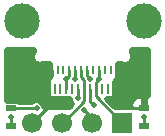
<source format=gbr>
G04 #@! TF.FileFunction,Copper,L1,Top,Signal*
%FSLAX46Y46*%
G04 Gerber Fmt 4.6, Leading zero omitted, Abs format (unit mm)*
G04 Created by KiCad (PCBNEW 4.0.0-rc1-stable) date fre  9 okt 2015 20:00:11*
%MOMM*%
G01*
G04 APERTURE LIST*
%ADD10C,0.100000*%
%ADD11R,0.900000X0.500000*%
%ADD12C,1.700000*%
%ADD13R,1.700000X1.700000*%
%ADD14R,0.270000X0.900000*%
%ADD15R,0.270000X0.800000*%
%ADD16R,1.650000X2.300000*%
%ADD17C,3.000000*%
%ADD18C,0.508000*%
%ADD19C,0.228600*%
%ADD20C,0.250000*%
%ADD21C,0.500000*%
G04 APERTURE END LIST*
D10*
D11*
X71750500Y-9890000D03*
X71750500Y-11390000D03*
X60450500Y-9890000D03*
X60450500Y-11390000D03*
D12*
X62236000Y-11103000D03*
X64776000Y-11103000D03*
X67316000Y-11103000D03*
D13*
X69856000Y-11103000D03*
D14*
X69135000Y-8215000D03*
X68635000Y-8215000D03*
X68135000Y-8215000D03*
X67635000Y-8215000D03*
X67135000Y-8215000D03*
X66635000Y-8215000D03*
X66135000Y-8215000D03*
X65635000Y-8215000D03*
X65135000Y-8215000D03*
X64635000Y-8215000D03*
X64135000Y-8215000D03*
X63635000Y-8215000D03*
D15*
X63890000Y-6615000D03*
X64390000Y-6615000D03*
X64890000Y-6615000D03*
X65390000Y-6615000D03*
X65890000Y-6615000D03*
X66390000Y-6615000D03*
X66890000Y-6615000D03*
X67390000Y-6615000D03*
X67890000Y-6615000D03*
X68390000Y-6615000D03*
X68890000Y-6615000D03*
X69390000Y-6615000D03*
D16*
X70605000Y-7515000D03*
X62415000Y-7515000D03*
D17*
X61351520Y-2465000D03*
X71670120Y-2465000D03*
D18*
X64823200Y-9427300D03*
X60450500Y-10640000D03*
X67140000Y-7390000D03*
X66102000Y-9052500D03*
X66660800Y-10017700D03*
X65140000Y-7390000D03*
X67890000Y-7390000D03*
X67435500Y-9636000D03*
X71750500Y-10640000D03*
X65890000Y-7390000D03*
X62609500Y-9878000D03*
D19*
X64823200Y-9427300D02*
X63635000Y-9427300D01*
X71750500Y-9890000D02*
X69900000Y-9890000D01*
X69135000Y-9125000D02*
X69135000Y-8215000D01*
X69900000Y-9890000D02*
X69135000Y-9125000D01*
X60450500Y-11390000D02*
X60450500Y-10640000D01*
X69135000Y-7645000D02*
X69390000Y-7390000D01*
X69135000Y-8215000D02*
X69135000Y-7645000D01*
X69390000Y-7390000D02*
X69390000Y-6615000D01*
X63890000Y-6615000D02*
X63890000Y-7135000D01*
X63635000Y-7390000D02*
X63635000Y-8215000D01*
X63890000Y-7135000D02*
X63635000Y-7390000D01*
X69135000Y-8215000D02*
X69905000Y-8215000D01*
X69905000Y-8215000D02*
X70605000Y-7515000D01*
X69390000Y-6615000D02*
X69705000Y-6615000D01*
X69705000Y-6615000D02*
X70605000Y-7515000D01*
X63890000Y-6615000D02*
X63315000Y-6615000D01*
X63315000Y-6615000D02*
X62415000Y-7515000D01*
X63635000Y-8215000D02*
X63115000Y-8215000D01*
X63115000Y-8215000D02*
X62415000Y-7515000D01*
X63635000Y-9704000D02*
X63632000Y-9704000D01*
X63632000Y-9704000D02*
X62236000Y-11100000D01*
D20*
X63635000Y-8215000D02*
X63635000Y-9427300D01*
X63635000Y-9427300D02*
X63635000Y-9704000D01*
D19*
X66635000Y-8215000D02*
X66635000Y-9281500D01*
X66635000Y-9281500D02*
X64813500Y-11103000D01*
X64813500Y-11103000D02*
X64776000Y-11103000D01*
D20*
X66390000Y-6615000D02*
X66390000Y-7243000D01*
X66635000Y-7488000D02*
X66635000Y-8215000D01*
X66390000Y-7243000D02*
X66635000Y-7488000D01*
D19*
X66890000Y-7140000D02*
X67140000Y-7390000D01*
X66890000Y-6615000D02*
X66890000Y-7140000D01*
X66135000Y-8215000D02*
X66135000Y-9019500D01*
X66102000Y-9052500D02*
X66135000Y-9083000D01*
X66135000Y-9019500D02*
X66102000Y-9052500D01*
X66660800Y-10017700D02*
X67316000Y-10672900D01*
X67316000Y-11103000D02*
X67316000Y-10672900D01*
X65390000Y-6615000D02*
X65390000Y-7140000D01*
X65390000Y-7140000D02*
X65140000Y-7390000D01*
X65135000Y-7395000D02*
X65140000Y-7390000D01*
X65135000Y-8215000D02*
X65135000Y-7395000D01*
X67890000Y-7390000D02*
X67890000Y-6615000D01*
X67635000Y-7645000D02*
X67890000Y-7390000D01*
X67635000Y-8215000D02*
X67635000Y-7645000D01*
X67635000Y-8215000D02*
X67635000Y-8879000D01*
X67635000Y-8879000D02*
X69856000Y-11100000D01*
X67135000Y-9335500D02*
X67435500Y-9636000D01*
X67135000Y-8215000D02*
X67135000Y-9335500D01*
X71750500Y-10640000D02*
X71750500Y-11390000D01*
X65890000Y-7390000D02*
X65890000Y-6615000D01*
X62597500Y-9890000D02*
X62609500Y-9878000D01*
X62597500Y-9890000D02*
X60450500Y-9890000D01*
D21*
G36*
X62360000Y-5077544D02*
X62247306Y-5246203D01*
X62193839Y-5515000D01*
X62247306Y-5783797D01*
X62369810Y-5967138D01*
X62377097Y-6005864D01*
X62430798Y-6089318D01*
X62512736Y-6145304D01*
X62610000Y-6165000D01*
X62632806Y-6165000D01*
X62896239Y-6217400D01*
X62923761Y-6217400D01*
X63187194Y-6165000D01*
X63790000Y-6165000D01*
X63790000Y-7086446D01*
X63613223Y-7263223D01*
X63559696Y-7342736D01*
X63540000Y-7440000D01*
X63540000Y-8865000D01*
X63557097Y-8955864D01*
X63610798Y-9039318D01*
X63692736Y-9095304D01*
X63790000Y-9115000D01*
X65445545Y-9115000D01*
X65445486Y-9182493D01*
X65545206Y-9423835D01*
X65653479Y-9532297D01*
X65430776Y-9755000D01*
X63266008Y-9755000D01*
X63266014Y-9748007D01*
X63166294Y-9506665D01*
X62981806Y-9321855D01*
X62740639Y-9221714D01*
X62479507Y-9221486D01*
X62238165Y-9321206D01*
X62185980Y-9373300D01*
X61207063Y-9373300D01*
X61194594Y-9353922D01*
X61060123Y-9262042D01*
X60900500Y-9229717D01*
X60140000Y-9229717D01*
X60140000Y-6565000D01*
X61490000Y-6565000D01*
X61490000Y-8465000D01*
X61512836Y-8579805D01*
X61577868Y-8677132D01*
X61675195Y-8742164D01*
X61790000Y-8765000D01*
X63140000Y-8765000D01*
X63254805Y-8742164D01*
X63352132Y-8677132D01*
X63417164Y-8579805D01*
X63440000Y-8465000D01*
X63440000Y-6565000D01*
X63417164Y-6450195D01*
X63352132Y-6352868D01*
X63254805Y-6287836D01*
X63140000Y-6265000D01*
X61790000Y-6265000D01*
X61675195Y-6287836D01*
X61577868Y-6352868D01*
X61512836Y-6450195D01*
X61490000Y-6565000D01*
X60140000Y-6565000D01*
X60140000Y-4955000D01*
X62240000Y-4955000D01*
X62337264Y-4935304D01*
X62360000Y-4919769D01*
X62360000Y-5077544D01*
X62360000Y-5077544D01*
G37*
X62360000Y-5077544D02*
X62247306Y-5246203D01*
X62193839Y-5515000D01*
X62247306Y-5783797D01*
X62369810Y-5967138D01*
X62377097Y-6005864D01*
X62430798Y-6089318D01*
X62512736Y-6145304D01*
X62610000Y-6165000D01*
X62632806Y-6165000D01*
X62896239Y-6217400D01*
X62923761Y-6217400D01*
X63187194Y-6165000D01*
X63790000Y-6165000D01*
X63790000Y-7086446D01*
X63613223Y-7263223D01*
X63559696Y-7342736D01*
X63540000Y-7440000D01*
X63540000Y-8865000D01*
X63557097Y-8955864D01*
X63610798Y-9039318D01*
X63692736Y-9095304D01*
X63790000Y-9115000D01*
X65445545Y-9115000D01*
X65445486Y-9182493D01*
X65545206Y-9423835D01*
X65653479Y-9532297D01*
X65430776Y-9755000D01*
X63266008Y-9755000D01*
X63266014Y-9748007D01*
X63166294Y-9506665D01*
X62981806Y-9321855D01*
X62740639Y-9221714D01*
X62479507Y-9221486D01*
X62238165Y-9321206D01*
X62185980Y-9373300D01*
X61207063Y-9373300D01*
X61194594Y-9353922D01*
X61060123Y-9262042D01*
X60900500Y-9229717D01*
X60140000Y-9229717D01*
X60140000Y-6565000D01*
X61490000Y-6565000D01*
X61490000Y-8465000D01*
X61512836Y-8579805D01*
X61577868Y-8677132D01*
X61675195Y-8742164D01*
X61790000Y-8765000D01*
X63140000Y-8765000D01*
X63254805Y-8742164D01*
X63352132Y-8677132D01*
X63417164Y-8579805D01*
X63440000Y-8465000D01*
X63440000Y-6565000D01*
X63417164Y-6450195D01*
X63352132Y-6352868D01*
X63254805Y-6287836D01*
X63140000Y-6265000D01*
X61790000Y-6265000D01*
X61675195Y-6287836D01*
X61577868Y-6352868D01*
X61512836Y-6450195D01*
X61490000Y-6565000D01*
X60140000Y-6565000D01*
X60140000Y-4955000D01*
X62240000Y-4955000D01*
X62337264Y-4935304D01*
X62360000Y-4919769D01*
X62360000Y-5077544D01*
G36*
X62840000Y-8165000D02*
X62090000Y-8165000D01*
X62090000Y-6865000D01*
X62840000Y-6865000D01*
X62840000Y-8165000D01*
X62840000Y-8165000D01*
G37*
X62840000Y-8165000D02*
X62090000Y-8165000D01*
X62090000Y-6865000D01*
X62840000Y-6865000D01*
X62840000Y-8165000D01*
G36*
X70740000Y-4955000D02*
X72090000Y-4955000D01*
X72090000Y-8882000D01*
X71944000Y-8882000D01*
X71754500Y-9071500D01*
X71754500Y-9755000D01*
X71746500Y-9755000D01*
X71746500Y-9071500D01*
X71557000Y-8882000D01*
X71149725Y-8882000D01*
X70871128Y-8997398D01*
X70657899Y-9210627D01*
X70542500Y-9489224D01*
X70542500Y-9696500D01*
X70601000Y-9755000D01*
X69241724Y-9755000D01*
X68601724Y-9115000D01*
X68990000Y-9115000D01*
X69080864Y-9097903D01*
X69164318Y-9044202D01*
X69220304Y-8962264D01*
X69240000Y-8865000D01*
X69240000Y-7693554D01*
X69416777Y-7516777D01*
X69470304Y-7437264D01*
X69490000Y-7340000D01*
X69490000Y-6565000D01*
X69580000Y-6565000D01*
X69580000Y-8465000D01*
X69602836Y-8579805D01*
X69667868Y-8677132D01*
X69765195Y-8742164D01*
X69880000Y-8765000D01*
X71230000Y-8765000D01*
X71344805Y-8742164D01*
X71442132Y-8677132D01*
X71507164Y-8579805D01*
X71530000Y-8465000D01*
X71530000Y-6565000D01*
X71507164Y-6450195D01*
X71442132Y-6352868D01*
X71344805Y-6287836D01*
X71230000Y-6265000D01*
X69880000Y-6265000D01*
X69765195Y-6287836D01*
X69667868Y-6352868D01*
X69602836Y-6450195D01*
X69580000Y-6565000D01*
X69490000Y-6565000D01*
X69490000Y-6165000D01*
X69843771Y-6165000D01*
X69969671Y-6217278D01*
X70249103Y-6217522D01*
X70376216Y-6165000D01*
X70410000Y-6165000D01*
X70500864Y-6147903D01*
X70584318Y-6094202D01*
X70640304Y-6012264D01*
X70648975Y-5969443D01*
X70705119Y-5913397D01*
X70812278Y-5655329D01*
X70812522Y-5375897D01*
X70705813Y-5117642D01*
X70660000Y-5071749D01*
X70660000Y-4939947D01*
X70740000Y-4955000D01*
X70740000Y-4955000D01*
G37*
X70740000Y-4955000D02*
X72090000Y-4955000D01*
X72090000Y-8882000D01*
X71944000Y-8882000D01*
X71754500Y-9071500D01*
X71754500Y-9755000D01*
X71746500Y-9755000D01*
X71746500Y-9071500D01*
X71557000Y-8882000D01*
X71149725Y-8882000D01*
X70871128Y-8997398D01*
X70657899Y-9210627D01*
X70542500Y-9489224D01*
X70542500Y-9696500D01*
X70601000Y-9755000D01*
X69241724Y-9755000D01*
X68601724Y-9115000D01*
X68990000Y-9115000D01*
X69080864Y-9097903D01*
X69164318Y-9044202D01*
X69220304Y-8962264D01*
X69240000Y-8865000D01*
X69240000Y-7693554D01*
X69416777Y-7516777D01*
X69470304Y-7437264D01*
X69490000Y-7340000D01*
X69490000Y-6565000D01*
X69580000Y-6565000D01*
X69580000Y-8465000D01*
X69602836Y-8579805D01*
X69667868Y-8677132D01*
X69765195Y-8742164D01*
X69880000Y-8765000D01*
X71230000Y-8765000D01*
X71344805Y-8742164D01*
X71442132Y-8677132D01*
X71507164Y-8579805D01*
X71530000Y-8465000D01*
X71530000Y-6565000D01*
X71507164Y-6450195D01*
X71442132Y-6352868D01*
X71344805Y-6287836D01*
X71230000Y-6265000D01*
X69880000Y-6265000D01*
X69765195Y-6287836D01*
X69667868Y-6352868D01*
X69602836Y-6450195D01*
X69580000Y-6565000D01*
X69490000Y-6565000D01*
X69490000Y-6165000D01*
X69843771Y-6165000D01*
X69969671Y-6217278D01*
X70249103Y-6217522D01*
X70376216Y-6165000D01*
X70410000Y-6165000D01*
X70500864Y-6147903D01*
X70584318Y-6094202D01*
X70640304Y-6012264D01*
X70648975Y-5969443D01*
X70705119Y-5913397D01*
X70812278Y-5655329D01*
X70812522Y-5375897D01*
X70705813Y-5117642D01*
X70660000Y-5071749D01*
X70660000Y-4939947D01*
X70740000Y-4955000D01*
G36*
X70930000Y-8165000D02*
X70180000Y-8165000D01*
X70180000Y-6865000D01*
X70930000Y-6865000D01*
X70930000Y-8165000D01*
X70930000Y-8165000D01*
G37*
X70930000Y-8165000D02*
X70180000Y-8165000D01*
X70180000Y-6865000D01*
X70930000Y-6865000D01*
X70930000Y-8165000D01*
M02*

</source>
